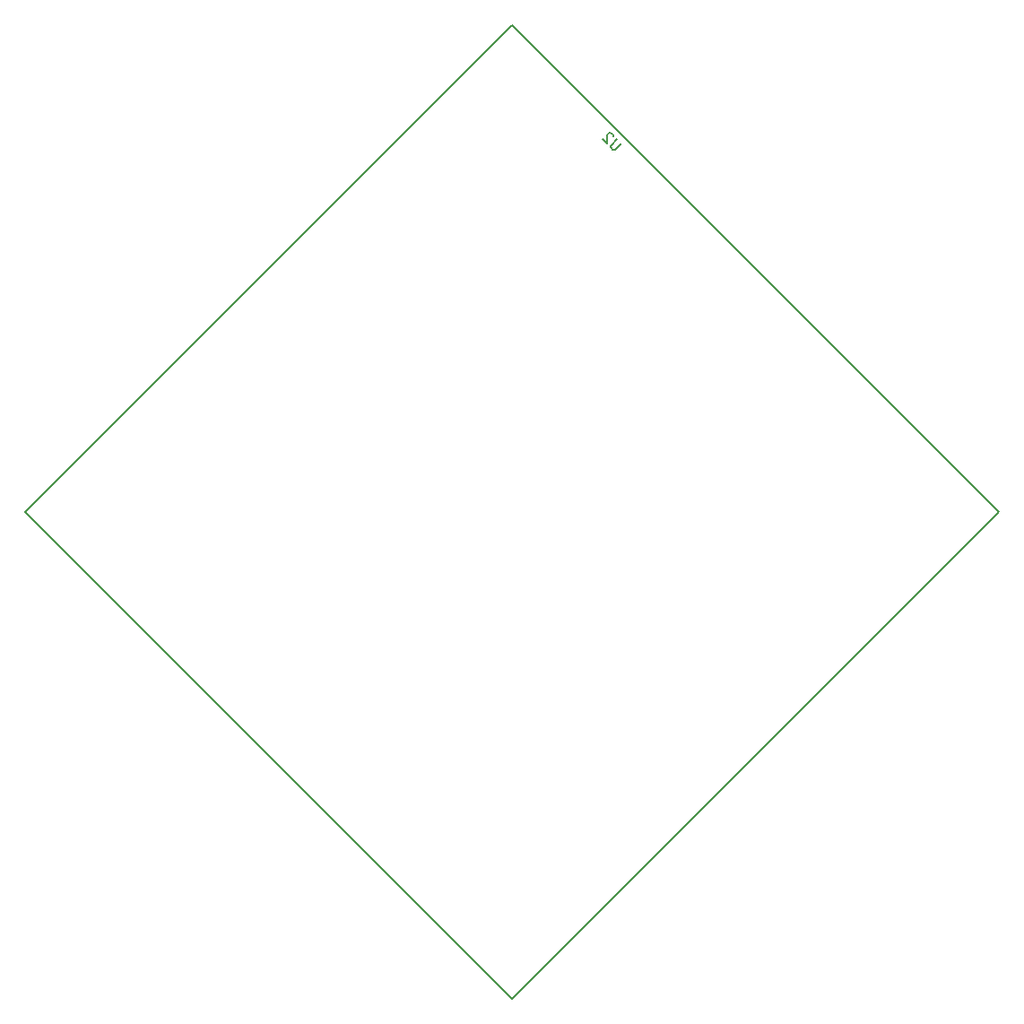
<source format=gbo>
G04 #@! TF.GenerationSoftware,KiCad,Pcbnew,5.1.5-52549c5~84~ubuntu18.04.1*
G04 #@! TF.CreationDate,2020-01-22T12:05:47-05:00*
G04 #@! TF.ProjectId,GeaiRareDit_PCB_Kicad5,47656169-5261-4726-9544-69745f504342,1.0*
G04 #@! TF.SameCoordinates,Original*
G04 #@! TF.FileFunction,Legend,Bot*
G04 #@! TF.FilePolarity,Positive*
%FSLAX46Y46*%
G04 Gerber Fmt 4.6, Leading zero omitted, Abs format (unit mm)*
G04 Created by KiCad (PCBNEW 5.1.5-52549c5~84~ubuntu18.04.1) date 2020-01-22 12:05:47*
%MOMM*%
%LPD*%
G04 APERTURE LIST*
%ADD10C,0.150000*%
G04 APERTURE END LIST*
D10*
X191372628Y-96901282D02*
X196760782Y-102289435D01*
X196760782Y-102289435D02*
X150798841Y-148251376D01*
X150798841Y-148251376D02*
X104836900Y-102289435D01*
X104836900Y-102289435D02*
X150798841Y-56327495D01*
X150798841Y-56327495D02*
X191103927Y-96632581D01*
X195144336Y-100672989D02*
X188139736Y-93668390D01*
X188139736Y-93668390D02*
X187780526Y-93309179D01*
X161138473Y-67489522D02*
X160566053Y-68061942D01*
X160465038Y-68095614D01*
X160397694Y-68095614D01*
X160296679Y-68061942D01*
X160161992Y-67927255D01*
X160128320Y-67826240D01*
X160128320Y-67758896D01*
X160161992Y-67657881D01*
X160734412Y-67085461D01*
X160364022Y-66849759D02*
X160364022Y-66782416D01*
X160330351Y-66681400D01*
X160161992Y-66513042D01*
X160060977Y-66479370D01*
X159993633Y-66479370D01*
X159892618Y-66513042D01*
X159825274Y-66580385D01*
X159757931Y-66715072D01*
X159757931Y-67523194D01*
X159320198Y-67085461D01*
M02*

</source>
